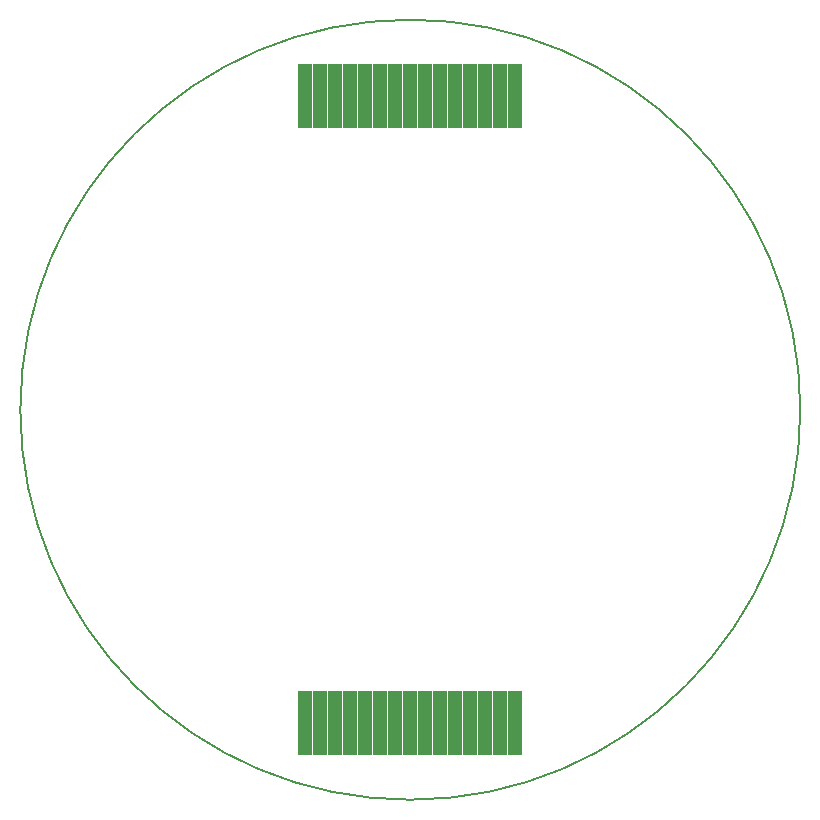
<source format=gbp>
G04*
G04 #@! TF.GenerationSoftware,Altium Limited,Altium Designer,22.3.1 (43)*
G04*
G04 Layer_Color=128*
%FSLAX25Y25*%
%MOIN*%
G70*
G04*
G04 #@! TF.SameCoordinates,26406105-7067-4880-9C5C-2A59F93044AC*
G04*
G04*
G04 #@! TF.FilePolarity,Positive*
G04*
G01*
G75*
%ADD14C,0.00500*%
%ADD83R,0.04913X0.10740*%
G36*
X772857Y347944D02*
Y339204D01*
X769943D01*
X769943Y347944D01*
X772857Y347944D01*
D02*
G37*
G36*
X767857Y339204D02*
X764943D01*
Y347944D01*
X767857D01*
X767857Y339204D01*
D02*
G37*
G36*
X762857D02*
X759943D01*
Y347944D01*
X762857D01*
X762857Y339204D01*
D02*
G37*
G36*
X757857D02*
X754943D01*
X754943Y347944D01*
X757857Y347944D01*
Y339204D01*
D02*
G37*
G36*
X747857D02*
X744943D01*
X744943Y347944D01*
X747857D01*
Y339204D01*
D02*
G37*
G36*
X737857D02*
X734943D01*
Y347944D01*
X737857D01*
X737857Y339204D01*
D02*
G37*
G36*
X732857D02*
X729943D01*
Y347944D01*
X732857D01*
X732857Y339204D01*
D02*
G37*
G36*
X722857D02*
X719943D01*
Y347944D01*
X722857D01*
Y339204D01*
D02*
G37*
G36*
X712857D02*
X709943D01*
X709943Y347944D01*
X712857D01*
Y339204D01*
D02*
G37*
G36*
X782857D02*
X779943Y339204D01*
Y347944D01*
X782857D01*
X782857Y339204D01*
D02*
G37*
G36*
X777857Y339204D02*
X774943Y339204D01*
Y347944D01*
X777857D01*
Y339204D01*
D02*
G37*
G36*
X752857D02*
X749943Y339204D01*
Y347944D01*
X752857D01*
Y339204D01*
D02*
G37*
G36*
X742857D02*
X739943Y339204D01*
Y347944D01*
X742857D01*
Y339204D01*
D02*
G37*
G36*
X727857Y339204D02*
X724943Y339204D01*
Y347944D01*
X727857D01*
X727857Y339204D01*
D02*
G37*
G36*
X717857Y339204D02*
X714943D01*
Y347944D01*
X717857D01*
Y339204D01*
D02*
G37*
G36*
X782857Y328456D02*
X779943D01*
X779943Y337196D01*
X782857D01*
X782857Y328456D01*
D02*
G37*
G36*
X777857D02*
X774943D01*
Y337196D01*
X777857D01*
X777857Y328456D01*
D02*
G37*
G36*
X767857D02*
X764943D01*
Y337196D01*
X767857D01*
Y328456D01*
D02*
G37*
G36*
X757857D02*
X754943D01*
X754943Y337196D01*
X757857D01*
Y328456D01*
D02*
G37*
G36*
X752857D02*
X749943D01*
Y337196D01*
X752857Y337196D01*
Y328456D01*
D02*
G37*
G36*
X747857D02*
X744943D01*
X744943Y337196D01*
X747857D01*
Y328456D01*
D02*
G37*
G36*
X742857D02*
X739943D01*
Y337196D01*
X742857D01*
Y328456D01*
D02*
G37*
G36*
X727857Y337196D02*
X727857Y328456D01*
X724943D01*
X724943Y337196D01*
X727857Y337196D01*
D02*
G37*
G36*
X722857Y328456D02*
X719943D01*
Y337196D01*
X722857D01*
Y328456D01*
D02*
G37*
G36*
X717857D02*
X714943D01*
Y337196D01*
X717857D01*
X717857Y328456D01*
D02*
G37*
G36*
X712857D02*
X709943D01*
X709943Y337196D01*
X712857Y337196D01*
Y328456D01*
D02*
G37*
G36*
X772857D02*
X769943Y328456D01*
Y337196D01*
X772857D01*
Y328456D01*
D02*
G37*
G36*
X762857Y328456D02*
X759943D01*
Y337196D01*
X762857D01*
Y328456D01*
D02*
G37*
G36*
X737857Y328456D02*
X734943Y328456D01*
Y337196D01*
X737857D01*
X737857Y328456D01*
D02*
G37*
G36*
X732857Y328456D02*
X729943Y328456D01*
Y337196D01*
X732857D01*
Y328456D01*
D02*
G37*
G36*
X772857Y548204D02*
X769943D01*
X769943Y556944D01*
X772857D01*
Y548204D01*
D02*
G37*
G36*
X767857D02*
X764943D01*
Y556944D01*
X767857D01*
X767857Y548204D01*
D02*
G37*
G36*
X762857D02*
X759943D01*
Y556944D01*
X762857D01*
Y548204D01*
D02*
G37*
G36*
X757857D02*
X754943D01*
X754943Y556944D01*
X757857D01*
Y548204D01*
D02*
G37*
G36*
X747857D02*
X744943D01*
Y556944D01*
X747857D01*
Y548204D01*
D02*
G37*
G36*
X737857D02*
X734943D01*
Y556944D01*
X737857D01*
X737857Y548204D01*
D02*
G37*
G36*
X732857D02*
X729943D01*
Y556944D01*
X732857D01*
X732857Y548204D01*
D02*
G37*
G36*
X722857D02*
X719943D01*
Y556944D01*
X722857D01*
Y548204D01*
D02*
G37*
G36*
X782857D02*
X779943Y548204D01*
Y556944D01*
X782857D01*
X782857Y548204D01*
D02*
G37*
G36*
X777857Y548204D02*
X774943D01*
Y556944D01*
X777857D01*
Y548204D01*
D02*
G37*
G36*
X752857D02*
X749943D01*
Y556944D01*
X752857D01*
Y548204D01*
D02*
G37*
G36*
X742857D02*
X739943Y548204D01*
Y556944D01*
X742857D01*
Y548204D01*
D02*
G37*
G36*
X727857Y548204D02*
X724943Y548204D01*
Y556944D01*
X727857D01*
X727857Y548204D01*
D02*
G37*
G36*
X717857Y548204D02*
X714943D01*
Y556944D01*
X717857D01*
Y548204D01*
D02*
G37*
G36*
X712857D02*
X709943Y548204D01*
X709943Y556944D01*
X712857D01*
Y548204D01*
D02*
G37*
G36*
X782857Y537456D02*
X779943D01*
Y546196D01*
X782857D01*
X782857Y537456D01*
D02*
G37*
G36*
X777857D02*
X774943D01*
Y546196D01*
X777857D01*
X777857Y537456D01*
D02*
G37*
G36*
X767857D02*
X764943D01*
Y546196D01*
X767857D01*
Y537456D01*
D02*
G37*
G36*
X752857D02*
X749943D01*
Y546196D01*
X752857D01*
Y537456D01*
D02*
G37*
G36*
X747857D02*
X744943D01*
X744943Y546196D01*
X747857D01*
Y537456D01*
D02*
G37*
G36*
X742857D02*
X739943D01*
Y546196D01*
X742857D01*
Y537456D01*
D02*
G37*
G36*
X727857D02*
X724943D01*
X724943Y546196D01*
X727857D01*
Y537456D01*
D02*
G37*
G36*
X722857D02*
X719943D01*
Y546196D01*
X722857D01*
Y537456D01*
D02*
G37*
G36*
X717857D02*
X714943D01*
Y546196D01*
X717857D01*
Y537456D01*
D02*
G37*
G36*
X712857D02*
X709943D01*
X709943Y546196D01*
X712857D01*
Y537456D01*
D02*
G37*
G36*
X772857D02*
X769943Y537456D01*
Y546196D01*
X772857D01*
Y537456D01*
D02*
G37*
G36*
X762857Y537456D02*
X759943D01*
Y546196D01*
X762857D01*
Y537456D01*
D02*
G37*
G36*
X757857D02*
X754943Y537456D01*
X754943Y546196D01*
X757857D01*
Y537456D01*
D02*
G37*
G36*
X737857Y537456D02*
X734943Y537456D01*
Y546196D01*
X737857D01*
X737857Y537456D01*
D02*
G37*
G36*
X732857Y537456D02*
X729943D01*
Y546196D01*
X732857D01*
Y537456D01*
D02*
G37*
D14*
X876400Y442700D02*
G03*
X876400Y442700I-130000J0D01*
G01*
D83*
X781400Y343574D02*
D03*
Y332826D02*
D03*
X776400Y343574D02*
D03*
Y332826D02*
D03*
X771400Y343574D02*
D03*
Y332826D02*
D03*
X766400Y343574D02*
D03*
Y332826D02*
D03*
X761400Y343574D02*
D03*
X761400Y332826D02*
D03*
X756400Y343574D02*
D03*
Y332826D02*
D03*
X751400Y343574D02*
D03*
X751400Y332826D02*
D03*
X746400Y343574D02*
D03*
Y332826D02*
D03*
X741400Y343574D02*
D03*
Y332826D02*
D03*
X736400Y343574D02*
D03*
X736400Y332826D02*
D03*
X731400Y343574D02*
D03*
Y332826D02*
D03*
X726400Y343574D02*
D03*
X726400Y332826D02*
D03*
X721400Y343574D02*
D03*
Y332826D02*
D03*
X716400Y343574D02*
D03*
Y332826D02*
D03*
X711400Y343574D02*
D03*
X711400Y332826D02*
D03*
X781400Y552574D02*
D03*
Y541826D02*
D03*
X776400Y552574D02*
D03*
Y541826D02*
D03*
X771400Y552574D02*
D03*
Y541826D02*
D03*
X766400Y552574D02*
D03*
Y541826D02*
D03*
X761400Y552574D02*
D03*
X761400Y541826D02*
D03*
X756400Y552574D02*
D03*
Y541826D02*
D03*
X751400Y552574D02*
D03*
X751400Y541826D02*
D03*
X746400Y552574D02*
D03*
Y541826D02*
D03*
X741400Y552574D02*
D03*
Y541826D02*
D03*
X736400Y552574D02*
D03*
X736400Y541826D02*
D03*
X731400Y552574D02*
D03*
Y541826D02*
D03*
X726400Y552574D02*
D03*
Y541826D02*
D03*
X721400Y552574D02*
D03*
Y541826D02*
D03*
X716400Y552574D02*
D03*
Y541826D02*
D03*
X711400Y552574D02*
D03*
Y541826D02*
D03*
M02*

</source>
